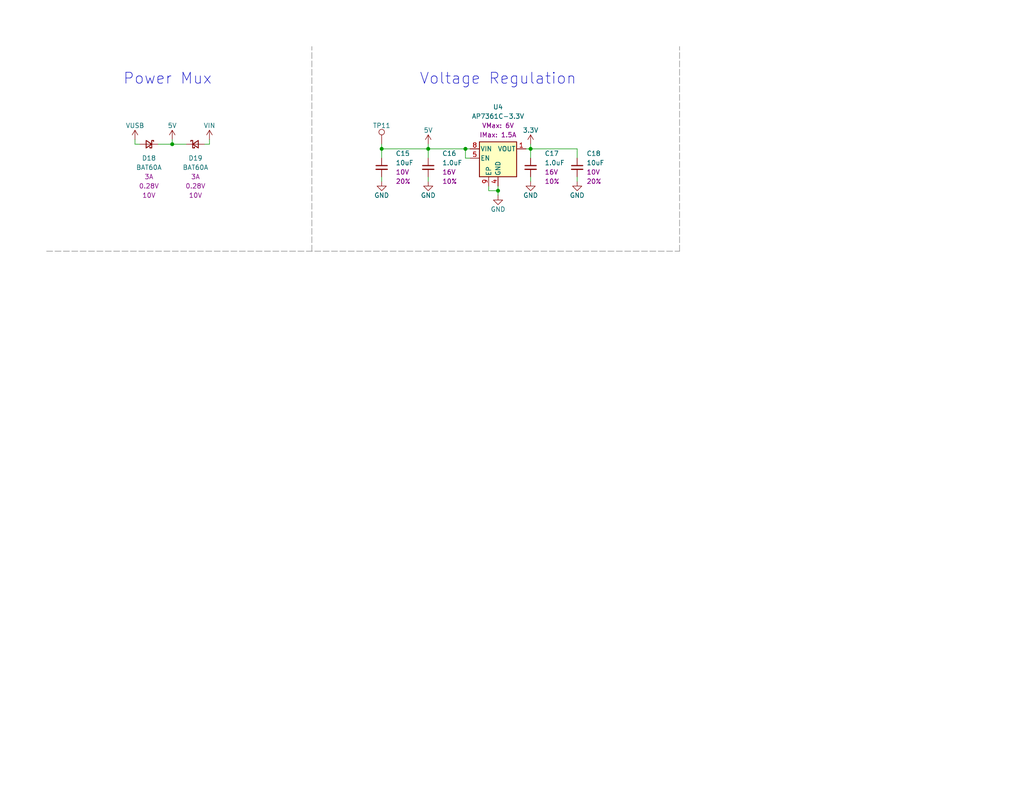
<source format=kicad_sch>
(kicad_sch (version 20250114) (generator "eeschema") (generator_version "9.0")
  (paper "USLetter")
  (title_block (title "Power"))
  (lib_symbols
    (symbol "SparkFun-Capacitor:1.0uF_0603_16V_10%" (pin_numbers (hide yes)) (pin_names (offset 0.254))
      (property "Reference" "C" (at 0.635 2.54 0))
      (property "Value" "1.0uF" (at 0.635 -2.54 0))
      (property "Voltage" "16V" (at 0 -6.35 0))
      (property "Tolerance" "10%" (at 0 -8.89 0))
      (symbol "1.0uF_0603_16V_10%_0_1"
        (polyline (pts (xy -1.524 0.508) (xy 1.524 0.508)) (stroke (width 0.3048)))
        (polyline (pts (xy -1.524 -0.508) (xy 1.524 -0.508)) (stroke (width 0.3302)))
      )
      (symbol "1.0uF_0603_16V_10%_1_1"
        (pin passive line (at 0 2.54 270) (length 2.032) (name "~") (number "1"))
        (pin passive line (at 0 -2.54 90) (length 2.032) (name "~") (number "2"))
      )
    )
    (symbol "SparkFun-Capacitor:10uF_0603_10V_20%" (pin_numbers (hide yes)) (pin_names (offset 0.254))
      (property "Reference" "C" (at 0.635 2.54 0))
      (property "Value" "10uF" (at 0.635 -2.54 0))
      (property "Voltage" "10V" (at 0 -6.35 0))
      (property "Tolerance" "20%" (at 0 -8.89 0))
      (symbol "10uF_0603_10V_20%_0_1"
        (polyline (pts (xy -1.524 0.508) (xy 1.524 0.508)) (stroke (width 0.3048)))
        (polyline (pts (xy -1.524 -0.508) (xy 1.524 -0.508)) (stroke (width 0.3302)))
      )
      (symbol "10uF_0603_10V_20%_1_1"
        (pin passive line (at 0 2.54 270) (length 2.032) (name "~") (number "1"))
        (pin passive line (at 0 -2.54 90) (length 2.032) (name "~") (number "2"))
      )
    )
    (symbol "SparkFun-Connector:TestPoint_1.25mm" (pin_numbers (hide yes)) (pin_names (offset 0.762) (hide yes))
      (property "Reference" "TP" (at 0 5.08 0))
      (symbol "TestPoint_1.25mm_0_1"
        (circle (center 0 3.302) (radius 0.762))
      )
      (symbol "TestPoint_1.25mm_1_1"
        (pin passive line (at 0 0 90) (length 2.54) (name "1") (number "1"))
      )
    )
    (symbol "SparkFun-DiscreteSemi:D_Schottky_3A_10V_0.28V" (pin_numbers (hide yes)) (pin_names (offset 1.016) (hide yes))
      (property "Reference" "D" (at 0 2.54 0))
      (property "Value" "BAT60A" (at 0 -2.54 0))
      (property "IMax" "3A" (at 0 -5.08 0))
      (property "VDrop" "0.28V" (at 0 -10.16 0))
      (property "VMax" "10V" (at 0 -7.62 0))
      (symbol "D_Schottky_3A_10V_0.28V_0_1"
        (polyline (pts (xy -1.27 0.762) (xy -1.27 1.016) (xy -0.762 1.016) (xy -0.762 -1.016) (xy -0.254 -1.016) (xy -0.254 -0.762)) (stroke (width 0.254)))
        (polyline (pts (xy -0.762 0) (xy 0.762 0)))
        (polyline (pts (xy 0.762 -1.016) (xy -0.762 0) (xy 0.762 1.016) (xy 0.762 -1.016)) (stroke (width 0.254)))
      )
      (symbol "D_Schottky_3A_10V_0.28V_1_1"
        (pin passive line (at -2.54 0 0) (length 1.778) (name "K") (number "1"))
        (pin passive line (at 2.54 0 180) (length 1.778) (name "A") (number "2"))
      )
    )
    (symbol "SparkFun-PowerSymbol:3.3V" (power) (pin_names (offset 0))
      (property "Value" "3.3V" (at 0 3.81 0))
      (symbol "3.3V_0_1"
        (polyline (pts (xy -0.762 1.27) (xy 0 2.54)))
        (polyline (pts (xy 0 2.54) (xy 0.762 1.27)))
        (polyline (pts (xy 0 0) (xy 0 2.54)))
      )
      (symbol "3.3V_1_1"
        (pin power_in line (at 0 0 90) (length 0) (hide yes) (name "3.3V") (number "1"))
      )
    )
    (symbol "SparkFun-PowerSymbol:5V" (power) (pin_names (offset 0))
      (property "Value" "5V" (at 0 3.81 0))
      (symbol "5V_0_1"
        (polyline (pts (xy -0.762 1.27) (xy 0 2.54)))
        (polyline (pts (xy 0 2.54) (xy 0.762 1.27)))
        (polyline (pts (xy 0 0) (xy 0 2.54)))
      )
      (symbol "5V_1_1"
        (pin power_in line (at 0 0 90) (length 0) (hide yes) (name "5V") (number "1"))
      )
    )
    (symbol "SparkFun-PowerSymbol:GND" (power) (pin_names (offset 0))
      (property "Value" "GND" (at 0 -3.81 0))
      (symbol "GND_0_1"
        (polyline (pts (xy 0 0) (xy 0 -1.27) (xy 1.27 -1.27) (xy 0 -2.54) (xy -1.27 -1.27) (xy 0 -1.27)))
      )
      (symbol "GND_1_1"
        (pin power_in line (at 0 0 270) (length 0) (hide yes) (name "GND") (number "1"))
      )
    )
    (symbol "SparkFun-PowerSymbol:VIN" (power) (pin_names (offset 0))
      (property "Value" "VIN" (at 0 3.81 0))
      (symbol "VIN_0_1"
        (polyline (pts (xy -0.762 1.27) (xy 0 2.54)))
        (polyline (pts (xy 0 2.54) (xy 0.762 1.27)))
        (polyline (pts (xy 0 0) (xy 0 2.54)))
      )
      (symbol "VIN_1_1"
        (pin power_in line (at 0 0 90) (length 0) (hide yes) (name "VIN") (number "1"))
      )
    )
    (symbol "SparkFun-PowerSymbol:VUSB" (power) (pin_names (offset 0))
      (property "Value" "VUSB" (at 0 3.81 0))
      (symbol "VUSB_0_1"
        (polyline (pts (xy -0.762 1.27) (xy 0 2.54)))
        (polyline (pts (xy 0 2.54) (xy 0.762 1.27)))
        (polyline (pts (xy 0 0) (xy 0 2.54)))
      )
      (symbol "VUSB_1_1"
        (pin power_in line (at 0 0 90) (length 0) (hide yes) (name "VUSB") (number "1"))
      )
    )
    (symbol "SparkFun-Regulator:AP7361C-3.3V" (pin_names (offset 0.254))
      (property "Reference" "U" (at 0 13.97 0))
      (property "Value" "AP7361C-3.3V" (at 0 11.43 0))
      (property "VMax" "6V" (at 0 8.89 0) (show_name))
      (property "IMax" "1.5A" (at 0 6.35 0) (show_name))
      (symbol "AP7361C-3.3V_1_1"
        (rectangle (start -5.08 4.445) (end 5.08 -5.08) (stroke (width 0.254)) (fill (type background)))
        (pin power_in line (at -7.62 2.54 0) (length 2.54) (name "VIN") (number "8"))
        (pin input line (at -7.62 0 0) (length 2.54) (name "EN") (number "5"))
        (pin passive line (at -2.54 -7.62 90) (length 2.54) (name "EP") (number "9"))
        (pin power_in line (at 0 -7.62 90) (length 2.54) (name "GND") (number "4"))
        (pin no_connect line (at 5.08 -2.54 180) (length 2.54) (hide yes) (name "NC") (number "2"))
        (pin no_connect line (at 5.08 -2.54 180) (length 2.54) (hide yes) (name "NC") (number "3"))
        (pin no_connect line (at 5.08 -2.54 180) (length 2.54) (hide yes) (name "NC") (number "6"))
        (pin no_connect line (at 5.08 -2.54 180) (length 2.54) (hide yes) (name "NC") (number "7"))
        (pin power_out line (at 7.62 2.54 180) (length 2.54) (name "VOUT") (number "1"))
      )
    )
  )
  (text "Power Mux" (at 45.72 21.59 0) (effects (font (size 3 3))))
  (text "Voltage Regulation" (at 135.89 21.59 0) (effects (font (size 3 3))))
  (junction (at 116.84 40.64))
  (junction (at 104.14 40.64))
  (junction (at 127 40.64))
  (junction (at 144.78 40.64))
  (junction (at 135.89 52.07))
  (junction (at 46.99 39.37))
  (wire (pts (xy 143.51 40.64) (xy 144.78 40.64)))
  (wire (pts (xy 135.89 52.07) (xy 135.89 53.34)))
  (wire (pts (xy 43.18 39.37) (xy 46.99 39.37)))
  (wire (pts (xy 144.78 48.26) (xy 144.78 49.53)))
  (wire (pts (xy 116.84 48.26) (xy 116.84 49.53)))
  (wire (pts (xy 104.14 39.37) (xy 104.14 40.64)))
  (wire (pts (xy 55.88 39.37) (xy 57.15 39.37)))
  (wire (pts (xy 157.48 48.26) (xy 157.48 49.53)))
  (polyline (pts (xy 185.42 68.58) (xy 185.42 12.7)) (stroke (width 0) (type dash) (color 132 132 132 1)))
  (wire (pts (xy 57.15 38.1) (xy 57.15 39.37)))
  (wire (pts (xy 133.35 50.8) (xy 133.35 52.07)))
  (wire (pts (xy 104.14 40.64) (xy 116.84 40.64)))
  (wire (pts (xy 144.78 39.37) (xy 144.78 40.64)))
  (wire (pts (xy 157.48 40.64) (xy 157.48 43.18)))
  (wire (pts (xy 133.35 52.07) (xy 135.89 52.07)))
  (wire (pts (xy 135.89 50.8) (xy 135.89 52.07)))
  (polyline (pts (xy 12.7 68.58) (xy 185.42 68.58)) (stroke (width 0) (type dash) (color 132 132 132 1)))
  (wire (pts (xy 104.14 43.18) (xy 104.14 40.64)))
  (wire (pts (xy 36.83 38.1) (xy 36.83 39.37)))
  (wire (pts (xy 36.83 39.37) (xy 38.1 39.37)))
  (wire (pts (xy 46.99 38.1) (xy 46.99 39.37)))
  (wire (pts (xy 128.27 43.18) (xy 127 43.18)))
  (wire (pts (xy 116.84 39.37) (xy 116.84 40.64)))
  (wire (pts (xy 127 40.64) (xy 128.27 40.64)))
  (wire (pts (xy 127 43.18) (xy 127 40.64)))
  (wire (pts (xy 144.78 40.64) (xy 157.48 40.64)))
  (wire (pts (xy 116.84 40.64) (xy 116.84 43.18)))
  (wire (pts (xy 116.84 40.64) (xy 127 40.64)))
  (wire (pts (xy 144.78 40.64) (xy 144.78 43.18)))
  (wire (pts (xy 104.14 48.26) (xy 104.14 49.53)))
  (polyline (pts (xy 85.09 68.58) (xy 85.09 12.7)) (stroke (width 0) (type dash) (color 132 132 132 1)))
  (wire (pts (xy 46.99 39.37) (xy 50.8 39.37)))
  (symbol (lib_id "SparkFun-PowerSymbol:5V") (at 116.84 39.37 0) (unit 1)
    (property "Reference" "#PWR086" (effects (hide yes)))
    (property "Value" "5V" (at 116.84 35.56 0))
    (property "Description" "Power symbol creates a global label with name \"5V\"" (effects (hide yes)))
  )
  (symbol (lib_id "SparkFun-PowerSymbol:5V") (at 46.99 38.1 0) (unit 1)
    (property "Reference" "#PWR083" (effects (hide yes)))
    (property "Value" "5V" (at 46.99 34.29 0))
    (property "Description" "Power symbol creates a global label with name \"5V\"" (effects (hide yes)))
  )
  (symbol (lib_id "SparkFun-PowerSymbol:GND") (at 144.78 49.53 0) (unit 1)
    (property "Reference" "#PWR090" (effects (hide yes)))
    (property "Value" "GND" (at 144.78 53.34 0))
    (property "Description" "Power symbol creates a global label with name \"GND\" , ground" (effects (hide yes)))
  )
  (symbol (lib_id "SparkFun-DiscreteSemi:D_Schottky_3A_10V_0.28V") (at 53.34 39.37 0) (unit 1)
    (property "Reference" "D19" (at 53.34 43.18 0))
    (property "Value" "BAT60A" (at 53.34 45.72 0))
    (property "Footprint" "SparkFun-Semiconductor-Standard:SOD-323" (effects (hide yes)))
    (property "Datasheet" "https://www.infineon.com/dgdl/bat60aseries.pdf?folderId=db3a304313d846880113def5812204a1&fileId=db3a304313d846880113def70c9304a9" (effects (hide yes)))
    (property "Description" "Schottky diode" (effects (hide yes)))
    (property "PROD_ID" "DIO-14072" (effects (hide yes)))
    (property "IMax" "3A" (at 53.34 48.26 0))
    (property "VDrop" "0.28V" (at 53.34 50.8 0))
    (property "VMax" "10V" (at 53.34 53.34 0))
  )
  (symbol (lib_id "SparkFun-PowerSymbol:GND") (at 135.89 53.34 0) (unit 1)
    (property "Reference" "#PWR088" (effects (hide yes)))
    (property "Value" "GND" (at 135.89 57.15 0))
    (property "Description" "Power symbol creates a global label with name \"GND\" , ground" (effects (hide yes)))
  )
  (symbol (lib_id "SparkFun-PowerSymbol:GND") (at 116.84 49.53 0) (unit 1)
    (property "Reference" "#PWR087" (effects (hide yes)))
    (property "Value" "GND" (at 116.84 53.34 0))
    (property "Description" "Power symbol creates a global label with name \"GND\" , ground" (effects (hide yes)))
  )
  (symbol (lib_id "SparkFun-PowerSymbol:GND") (at 157.48 49.53 0) (unit 1)
    (property "Reference" "#PWR091" (effects (hide yes)))
    (property "Value" "GND" (at 157.48 53.34 0))
    (property "Description" "Power symbol creates a global label with name \"GND\" , ground" (effects (hide yes)))
  )
  (symbol (lib_id "SparkFun-PowerSymbol:VUSB") (at 36.83 38.1 0) (unit 1)
    (property "Reference" "#PWR082" (effects (hide yes)))
    (property "Value" "VUSB" (at 36.83 34.29 0))
    (property "Description" "Power symbol creates a global label with name \"VUSB\"" (effects (hide yes)))
  )
  (symbol (lib_id "SparkFun-PowerSymbol:3.3V") (at 144.78 39.37 0) (unit 1)
    (property "Reference" "#PWR089" (effects (hide yes)))
    (property "Value" "3.3V" (at 144.78 35.56 0))
    (property "Description" "Power symbol creates a global label with name \"3.3V\"" (effects (hide yes)))
  )
  (symbol (lib_id "SparkFun-Regulator:AP7361C-3.3V") (at 135.89 43.18 0) (unit 1)
    (property "Reference" "U4" (at 135.89 29.21 0))
    (property "Value" "AP7361C-3.3V" (at 135.89 31.75 0))
    (property "Footprint" "SparkFun-Semiconductor-Standard:UDFN-8" (effects (hide yes)))
    (property "Datasheet" "https://www.diodes.com/assets/Datasheets/AP7361C.pdf" (effects (hide yes)))
    (property "Description" "1A low dropout linear regulator, with enable pin, 2.2-6.0V input, 3.3V output, UDFN-8" (effects (hide yes)))
    (property "PROD_ID" "VREG-14094" (effects (hide yes)))
    (property "VMax" "6V" (at 135.89 34.29 0) (show_name yes))
    (property "Ityp" "1.0A" (effects (hide yes)))
    (property "IMax" "1.5A" (at 135.89 36.83 0) (show_name yes))
    (property "Iq" "60µA" (effects (hide yes)))
  )
  (symbol (lib_id "SparkFun-Capacitor:1.0uF_0603_16V_10%") (at 116.84 45.72 0) (unit 1)
    (property "Reference" "C16" (at 120.65 41.91 0) (effects (justify left)))
    (property "Value" "1.0uF" (at 120.65 44.45 0) (effects (justify left)))
    (property "Footprint" "SparkFun-Capacitor:C_0603_1608Metric" (effects (hide yes)))
    (property "Datasheet" "https://cdn.sparkfun.com/assets/8/a/4/a/5/Kemet_Capacitor_Datasheet.pdf" (effects (hide yes)))
    (property "Description" "Unpolarized capacitor" (effects (hide yes)))
    (property "PROD_ID" "CAP-13930" (effects (hide yes)))
    (property "Voltage" "16V" (at 120.65 46.99 0) (effects (justify left)))
    (property "Tolerance" "10%" (at 120.65 49.53 0) (effects (justify left)))
  )
  (symbol (lib_id "SparkFun-PowerSymbol:GND") (at 104.14 49.53 0) (unit 1)
    (property "Reference" "#PWR085" (effects (hide yes)))
    (property "Value" "GND" (at 104.14 53.34 0))
    (property "Description" "Power symbol creates a global label with name \"GND\" , ground" (effects (hide yes)))
  )
  (symbol (lib_id "SparkFun-PowerSymbol:VIN") (at 57.15 38.1 0) (unit 1)
    (property "Reference" "#PWR084" (effects (hide yes)))
    (property "Value" "VIN" (at 57.15 34.29 0))
    (property "Description" "Power symbol creates a global label with name \"VIN\"" (effects (hide yes)))
  )
  (symbol (lib_id "SparkFun-Capacitor:1.0uF_0603_16V_10%") (at 144.78 45.72 0) (unit 1)
    (property "Reference" "C17" (at 148.59 41.91 0) (effects (justify left)))
    (property "Value" "1.0uF" (at 148.59 44.45 0) (effects (justify left)))
    (property "Footprint" "SparkFun-Capacitor:C_0603_1608Metric" (effects (hide yes)))
    (property "Datasheet" "https://cdn.sparkfun.com/assets/8/a/4/a/5/Kemet_Capacitor_Datasheet.pdf" (effects (hide yes)))
    (property "Description" "Unpolarized capacitor" (effects (hide yes)))
    (property "PROD_ID" "CAP-13930" (effects (hide yes)))
    (property "Voltage" "16V" (at 148.59 46.99 0) (effects (justify left)))
    (property "Tolerance" "10%" (at 148.59 49.53 0) (effects (justify left)))
  )
  (symbol (lib_id "SparkFun-Connector:TestPoint_1.25mm") (at 104.14 39.37 0) (unit 1)
    (property "Reference" "TP11" (at 104.14 34.29 0))
    (property "Value" "1.25mm" (effects (hide yes)))
    (property "Footprint" "SparkFun-Connector:TestPoint-1.25mm" (effects (hide yes)))
    (property "Description" "Test Point" (effects (hide yes)))
  )
  (symbol (lib_id "SparkFun-Capacitor:10uF_0603_10V_20%") (at 157.48 45.72 0) (unit 1)
    (property "Reference" "C18" (at 160.02 41.9162 0) (effects (justify left)))
    (property "Value" "10uF" (at 160.02 44.4562 0) (effects (justify left)))
    (property "Footprint" "SparkFun-Capacitor:C_0603_1608Metric" (effects (hide yes)))
    (property "Datasheet" "https://cdn.sparkfun.com/assets/8/a/4/a/5/Kemet_Capacitor_Datasheet.pdf" (effects (hide yes)))
    (property "Description" "Unpolarized capacitor" (effects (hide yes)))
    (property "PROD_ID" "CAP-20155" (effects (hide yes)))
    (property "Voltage" "10V" (at 160.02 46.9962 0) (effects (justify left)))
    (property "Tolerance" "20%" (at 160.02 49.5362 0) (effects (justify left)))
  )
  (symbol (lib_id "SparkFun-Capacitor:10uF_0603_10V_20%") (at 104.14 45.72 0) (unit 1)
    (property "Reference" "C15" (at 107.95 41.91 0) (effects (justify left)))
    (property "Value" "10uF" (at 107.95 44.45 0) (effects (justify left)))
    (property "Footprint" "SparkFun-Capacitor:C_0603_1608Metric" (effects (hide yes)))
    (property "Datasheet" "https://cdn.sparkfun.com/assets/8/a/4/a/5/Kemet_Capacitor_Datasheet.pdf" (effects (hide yes)))
    (property "Description" "Unpolarized capacitor" (effects (hide yes)))
    (property "PROD_ID" "CAP-20155" (effects (hide yes)))
    (property "Voltage" "10V" (at 107.95 46.99 0) (effects (justify left)))
    (property "Tolerance" "20%" (at 107.95 49.53 0) (effects (justify left)))
  )
  (symbol (lib_id "SparkFun-DiscreteSemi:D_Schottky_3A_10V_0.28V") (at 40.64 39.37 0) (mirror y) (unit 1)
    (property "Reference" "D18" (at 40.64 43.18 0))
    (property "Value" "BAT60A" (at 40.64 45.72 0))
    (property "Footprint" "SparkFun-Semiconductor-Standard:SOD-323" (effects (hide yes)))
    (property "Datasheet" "https://www.infineon.com/dgdl/bat60aseries.pdf?folderId=db3a304313d846880113def5812204a1&fileId=db3a304313d846880113def70c9304a9" (effects (hide yes)))
    (property "Description" "Schottky diode" (effects (hide yes)))
    (property "PROD_ID" "DIO-14072" (effects (hide yes)))
    (property "IMax" "3A" (at 40.64 48.26 0))
    (property "VDrop" "0.28V" (at 40.64 50.8 0))
    (property "VMax" "10V" (at 40.64 53.34 0))
  )
)
</source>
